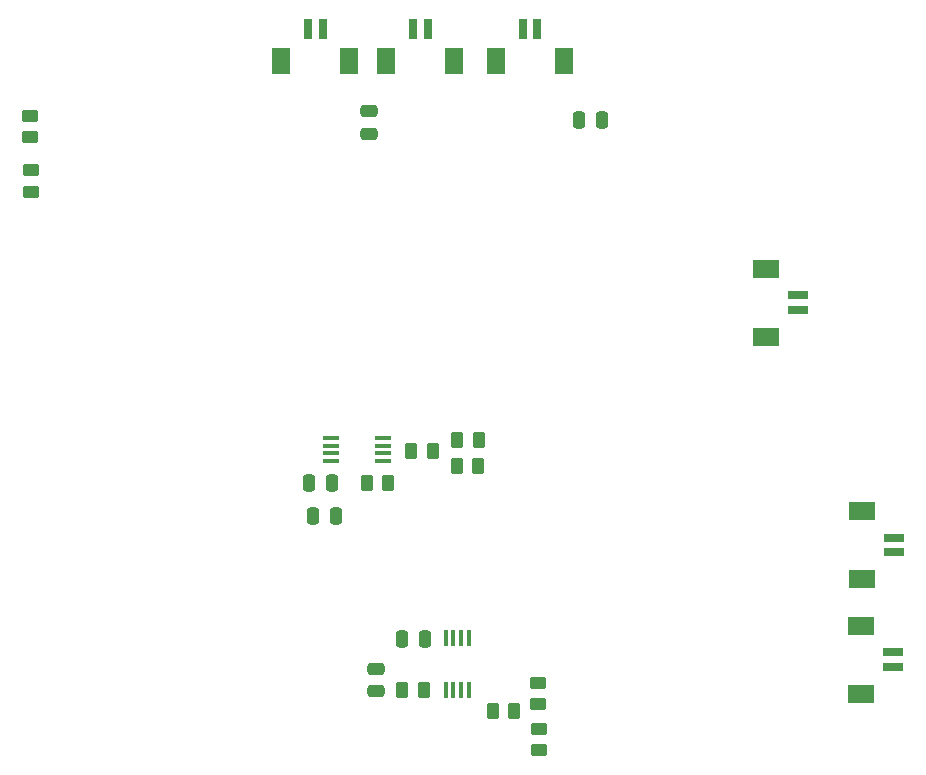
<source format=gbr>
%TF.GenerationSoftware,KiCad,Pcbnew,9.0.0*%
%TF.CreationDate,2025-04-19T22:44:30-05:00*%
%TF.ProjectId,HASP_Power_System,48415350-5f50-46f7-9765-725f53797374,rev?*%
%TF.SameCoordinates,Original*%
%TF.FileFunction,Paste,Top*%
%TF.FilePolarity,Positive*%
%FSLAX46Y46*%
G04 Gerber Fmt 4.6, Leading zero omitted, Abs format (unit mm)*
G04 Created by KiCad (PCBNEW 9.0.0) date 2025-04-19 22:44:30*
%MOMM*%
%LPD*%
G01*
G04 APERTURE LIST*
G04 Aperture macros list*
%AMRoundRect*
0 Rectangle with rounded corners*
0 $1 Rounding radius*
0 $2 $3 $4 $5 $6 $7 $8 $9 X,Y pos of 4 corners*
0 Add a 4 corners polygon primitive as box body*
4,1,4,$2,$3,$4,$5,$6,$7,$8,$9,$2,$3,0*
0 Add four circle primitives for the rounded corners*
1,1,$1+$1,$2,$3*
1,1,$1+$1,$4,$5*
1,1,$1+$1,$6,$7*
1,1,$1+$1,$8,$9*
0 Add four rect primitives between the rounded corners*
20,1,$1+$1,$2,$3,$4,$5,0*
20,1,$1+$1,$4,$5,$6,$7,0*
20,1,$1+$1,$6,$7,$8,$9,0*
20,1,$1+$1,$8,$9,$2,$3,0*%
G04 Aperture macros list end*
%ADD10RoundRect,0.250000X-0.475000X0.250000X-0.475000X-0.250000X0.475000X-0.250000X0.475000X0.250000X0*%
%ADD11RoundRect,0.250000X0.250000X0.475000X-0.250000X0.475000X-0.250000X-0.475000X0.250000X-0.475000X0*%
%ADD12R,1.800000X0.700000*%
%ADD13R,2.200000X1.600000*%
%ADD14R,1.600000X2.200000*%
%ADD15R,0.700000X1.800000*%
%ADD16R,0.449999X1.450000*%
%ADD17R,1.450000X0.449999*%
%ADD18RoundRect,0.250000X-0.262500X-0.450000X0.262500X-0.450000X0.262500X0.450000X-0.262500X0.450000X0*%
%ADD19RoundRect,0.250000X0.262500X0.450000X-0.262500X0.450000X-0.262500X-0.450000X0.262500X-0.450000X0*%
%ADD20RoundRect,0.250000X-0.250000X-0.475000X0.250000X-0.475000X0.250000X0.475000X-0.250000X0.475000X0*%
%ADD21RoundRect,0.250000X-0.450000X0.262500X-0.450000X-0.262500X0.450000X-0.262500X0.450000X0.262500X0*%
%ADD22RoundRect,0.250000X0.450000X-0.262500X0.450000X0.262500X-0.450000X0.262500X-0.450000X-0.262500X0*%
%ADD23RoundRect,0.250000X0.475000X-0.250000X0.475000X0.250000X-0.475000X0.250000X-0.475000X-0.250000X0*%
G04 APERTURE END LIST*
D10*
%TO.C,C6*%
X147828000Y-74488000D03*
X147828000Y-76388000D03*
%TD*%
D11*
%TO.C,C5*%
X167574000Y-75184000D03*
X165674000Y-75184000D03*
%TD*%
D12*
%TO.C,J19*%
X192204000Y-120279000D03*
X192204000Y-121529000D03*
D13*
X189504000Y-118029000D03*
X189504000Y-123779000D03*
%TD*%
D11*
%TO.C,C4*%
X152588000Y-119126000D03*
X150688000Y-119126000D03*
%TD*%
%TO.C,C3*%
X144714000Y-105918000D03*
X142814000Y-105918000D03*
%TD*%
D14*
%TO.C,J2*%
X155070000Y-70220000D03*
X149320000Y-70220000D03*
D15*
X152820000Y-67520000D03*
X151570000Y-67520000D03*
%TD*%
D14*
%TO.C,J3*%
X164350000Y-70210000D03*
X158600000Y-70210000D03*
D15*
X162100000Y-67510000D03*
X160850000Y-67510000D03*
%TD*%
D14*
%TO.C,J4*%
X146170000Y-70210000D03*
X140420000Y-70210000D03*
D15*
X143920000Y-67510000D03*
X142670000Y-67510000D03*
%TD*%
D13*
%TO.C,J17*%
X189590000Y-114065000D03*
X189590000Y-108315000D03*
D12*
X192290000Y-111815000D03*
X192290000Y-110565000D03*
%TD*%
D13*
%TO.C,J21*%
X181450000Y-93553000D03*
X181450000Y-87803000D03*
D12*
X184150000Y-91303000D03*
X184150000Y-90053000D03*
%TD*%
D16*
%TO.C,U1*%
X154335001Y-123500001D03*
X154984999Y-123500001D03*
X155635001Y-123500001D03*
X156284999Y-123500001D03*
X156284999Y-119099999D03*
X155635001Y-119099999D03*
X154984999Y-119099999D03*
X154335001Y-119099999D03*
%TD*%
D17*
%TO.C,U2*%
X144609999Y-104084999D03*
X144609999Y-103435001D03*
X144609999Y-102784999D03*
X144609999Y-102135001D03*
X149010001Y-102135001D03*
X149010001Y-102784999D03*
X149010001Y-103435001D03*
X149010001Y-104084999D03*
%TD*%
D18*
%TO.C,R12*%
X155297500Y-104530000D03*
X157122500Y-104530000D03*
%TD*%
D19*
%TO.C,R11*%
X157132500Y-102310000D03*
X155307500Y-102310000D03*
%TD*%
D18*
%TO.C,R10*%
X151427500Y-103260000D03*
X153252500Y-103260000D03*
%TD*%
%TO.C,R9*%
X147677500Y-105918000D03*
X149502500Y-105918000D03*
%TD*%
D20*
%TO.C,C2*%
X143120000Y-108720000D03*
X145020000Y-108720000D03*
%TD*%
D21*
%TO.C,R6*%
X119250000Y-81292500D03*
X119250000Y-79467500D03*
%TD*%
D18*
%TO.C,R5*%
X152492500Y-123510000D03*
X150667500Y-123510000D03*
%TD*%
%TO.C,R4*%
X160152500Y-125250000D03*
X158327500Y-125250000D03*
%TD*%
D22*
%TO.C,R3*%
X162160000Y-122857500D03*
X162160000Y-124682500D03*
%TD*%
%TO.C,R2*%
X162270000Y-126767500D03*
X162270000Y-128592500D03*
%TD*%
D21*
%TO.C,R7*%
X119180000Y-76682500D03*
X119180000Y-74857500D03*
%TD*%
D23*
%TO.C,C1*%
X148420000Y-121690000D03*
X148420000Y-123590000D03*
%TD*%
M02*

</source>
